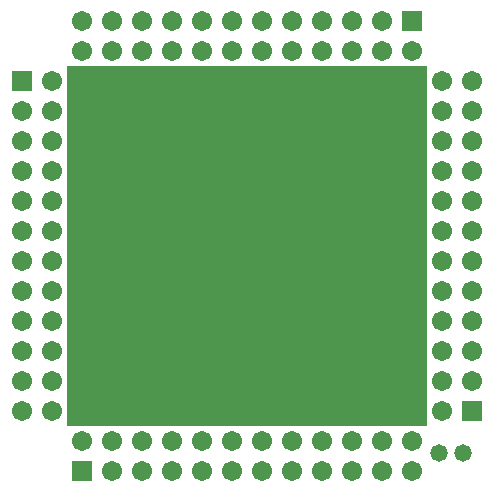
<source format=gbs>
G04*
G04 #@! TF.GenerationSoftware,Altium Limited,Altium Designer,19.1.5 (86)*
G04*
G04 Layer_Color=16711935*
%FSLAX25Y25*%
%MOIN*%
G70*
G01*
G75*
%ADD21C,0.06706*%
%ADD22R,0.06706X0.06706*%
%ADD23R,0.06706X0.06706*%
%ADD24C,0.05800*%
%ADD25C,0.03162*%
G36*
X140000Y20000D02*
X20000D01*
Y140000D01*
X140000D01*
Y20000D01*
D02*
G37*
D21*
X25000Y145000D02*
D03*
X35000D02*
D03*
X45000D02*
D03*
X55000D02*
D03*
X65000D02*
D03*
X75000D02*
D03*
X85000D02*
D03*
X95000D02*
D03*
X105000D02*
D03*
X115000D02*
D03*
X125000D02*
D03*
X135000D02*
D03*
X25000Y155000D02*
D03*
X35000D02*
D03*
X45000D02*
D03*
X55000D02*
D03*
X65000D02*
D03*
X75000D02*
D03*
X85000D02*
D03*
X95000D02*
D03*
X105000D02*
D03*
X115000D02*
D03*
X125000D02*
D03*
X145000Y135000D02*
D03*
Y125000D02*
D03*
Y115000D02*
D03*
Y105000D02*
D03*
Y95000D02*
D03*
Y85000D02*
D03*
Y75000D02*
D03*
Y65000D02*
D03*
Y55000D02*
D03*
Y45000D02*
D03*
Y35000D02*
D03*
Y25000D02*
D03*
X155000Y135000D02*
D03*
Y125000D02*
D03*
Y115000D02*
D03*
Y105000D02*
D03*
Y95000D02*
D03*
Y85000D02*
D03*
Y75000D02*
D03*
Y65000D02*
D03*
Y55000D02*
D03*
Y45000D02*
D03*
Y35000D02*
D03*
X135000Y15000D02*
D03*
X125000D02*
D03*
X115000D02*
D03*
X105000D02*
D03*
X95000D02*
D03*
X85000D02*
D03*
X75000D02*
D03*
X65000D02*
D03*
X55000D02*
D03*
X45000D02*
D03*
X35000D02*
D03*
X25000D02*
D03*
X135000Y5000D02*
D03*
X125000D02*
D03*
X115000D02*
D03*
X105000D02*
D03*
X95000D02*
D03*
X85000D02*
D03*
X75000D02*
D03*
X65000D02*
D03*
X55000D02*
D03*
X45000D02*
D03*
X35000D02*
D03*
X15000Y25000D02*
D03*
Y35000D02*
D03*
Y45000D02*
D03*
Y55000D02*
D03*
Y65000D02*
D03*
Y75000D02*
D03*
Y85000D02*
D03*
Y95000D02*
D03*
Y105000D02*
D03*
Y115000D02*
D03*
Y125000D02*
D03*
Y135000D02*
D03*
X5000Y25000D02*
D03*
Y35000D02*
D03*
Y45000D02*
D03*
Y55000D02*
D03*
Y65000D02*
D03*
Y75000D02*
D03*
Y85000D02*
D03*
Y95000D02*
D03*
Y105000D02*
D03*
Y115000D02*
D03*
Y125000D02*
D03*
D22*
X135000Y155000D02*
D03*
X25000Y5000D02*
D03*
D23*
X155000Y25000D02*
D03*
X5000Y135000D02*
D03*
D24*
X144000Y11000D02*
D03*
X152000D02*
D03*
D25*
X82862Y53760D02*
D03*
X77350Y108925D02*
D03*
X85000Y126000D02*
D03*
X81500D02*
D03*
X74500D02*
D03*
X78000D02*
D03*
X71000D02*
D03*
X89500D02*
D03*
X93000D02*
D03*
X100000D02*
D03*
X96500D02*
D03*
X103500D02*
D03*
X107000D02*
D03*
X129000Y88500D02*
D03*
Y92000D02*
D03*
Y102500D02*
D03*
Y99000D02*
D03*
Y95500D02*
D03*
Y85000D02*
D03*
X125000Y73500D02*
D03*
X122500Y71500D02*
D03*
X120500Y69000D02*
D03*
X129000Y82000D02*
D03*
X127000Y76000D02*
D03*
X129000Y78500D02*
D03*
X81000Y30500D02*
D03*
X77500Y30000D02*
D03*
X74000D02*
D03*
X70500D02*
D03*
X67000D02*
D03*
X64500Y32500D02*
D03*
X62000Y35000D02*
D03*
X60000Y38000D02*
D03*
X58000Y40500D02*
D03*
Y44000D02*
D03*
Y47500D02*
D03*
Y51000D02*
D03*
X26000D02*
D03*
X28500Y53500D02*
D03*
X33500Y58500D02*
D03*
X36000Y61000D02*
D03*
X31000Y56000D02*
D03*
X54000Y79500D02*
D03*
X38500Y63500D02*
D03*
X41000Y66000D02*
D03*
X43500Y68500D02*
D03*
X46000Y71000D02*
D03*
X48500Y74000D02*
D03*
X51500Y76500D02*
D03*
X74594Y106169D02*
D03*
X77350D02*
D03*
X82862D02*
D03*
X85618D02*
D03*
X80106D02*
D03*
X74594Y103414D02*
D03*
X77350D02*
D03*
X82862D02*
D03*
X85618D02*
D03*
X80106D02*
D03*
X74594Y108925D02*
D03*
X82862D02*
D03*
X85618D02*
D03*
X80106D02*
D03*
Y100658D02*
D03*
X85618D02*
D03*
X82862D02*
D03*
X77350D02*
D03*
X74594D02*
D03*
Y92390D02*
D03*
X77350D02*
D03*
X82862D02*
D03*
X85618D02*
D03*
X80106D02*
D03*
Y89634D02*
D03*
X85618D02*
D03*
X82862D02*
D03*
X77350D02*
D03*
X74594D02*
D03*
X80106Y86866D02*
D03*
X85618D02*
D03*
X82862D02*
D03*
X77350D02*
D03*
X74594D02*
D03*
Y81354D02*
D03*
X77350D02*
D03*
X82862D02*
D03*
X85618D02*
D03*
X80106D02*
D03*
Y78599D02*
D03*
X85618D02*
D03*
X82862D02*
D03*
X77350D02*
D03*
X74594D02*
D03*
Y73075D02*
D03*
X77350D02*
D03*
X82862D02*
D03*
X85618D02*
D03*
X80106D02*
D03*
Y75831D02*
D03*
X85618D02*
D03*
X82862D02*
D03*
X77350D02*
D03*
X74594D02*
D03*
Y95134D02*
D03*
X77350D02*
D03*
X82862D02*
D03*
X85618D02*
D03*
X80106D02*
D03*
Y84110D02*
D03*
X85618D02*
D03*
X82862D02*
D03*
X77350D02*
D03*
X74594D02*
D03*
Y97902D02*
D03*
X77350D02*
D03*
X82862D02*
D03*
X85618D02*
D03*
X80106D02*
D03*
Y100658D02*
D03*
X85618D02*
D03*
X82862D02*
D03*
X77350D02*
D03*
X74594D02*
D03*
Y70319D02*
D03*
X77350D02*
D03*
X82862D02*
D03*
X85618D02*
D03*
X80106D02*
D03*
Y67563D02*
D03*
X85618D02*
D03*
X82862D02*
D03*
X77350D02*
D03*
X74594D02*
D03*
Y62039D02*
D03*
X77350D02*
D03*
X82862D02*
D03*
X85618D02*
D03*
X80106D02*
D03*
Y64795D02*
D03*
X85618D02*
D03*
X82862D02*
D03*
X77350D02*
D03*
X74594D02*
D03*
Y53760D02*
D03*
X77350D02*
D03*
X85618D02*
D03*
X80106D02*
D03*
Y51004D02*
D03*
X85618D02*
D03*
X82862D02*
D03*
X77350D02*
D03*
X74594D02*
D03*
Y56528D02*
D03*
X77350D02*
D03*
X82862D02*
D03*
X85618D02*
D03*
X80106D02*
D03*
Y59283D02*
D03*
X85618D02*
D03*
X82862D02*
D03*
X77350D02*
D03*
X74594D02*
D03*
M02*

</source>
